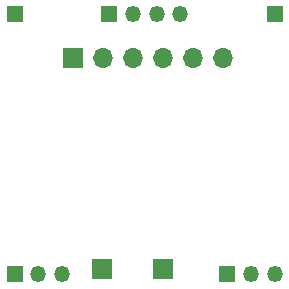
<source format=gbr>
%TF.GenerationSoftware,KiCad,Pcbnew,8.0.3*%
%TF.CreationDate,2024-07-13T19:45:59+02:00*%
%TF.ProjectId,Shift Register Board,53686966-7420-4526-9567-697374657220,rev?*%
%TF.SameCoordinates,Original*%
%TF.FileFunction,Soldermask,Top*%
%TF.FilePolarity,Negative*%
%FSLAX46Y46*%
G04 Gerber Fmt 4.6, Leading zero omitted, Abs format (unit mm)*
G04 Created by KiCad (PCBNEW 8.0.3) date 2024-07-13 19:45:59*
%MOMM*%
%LPD*%
G01*
G04 APERTURE LIST*
%ADD10R,1.350000X1.350000*%
%ADD11O,1.350000X1.350000*%
%ADD12R,1.700000X1.700000*%
%ADD13O,1.700000X1.700000*%
G04 APERTURE END LIST*
D10*
%TO.C,J5*%
X74000000Y-61900000D03*
%TD*%
%TO.C,J4*%
X52000000Y-61900000D03*
%TD*%
%TO.C,J2*%
X70000000Y-83900000D03*
D11*
X72000000Y-83900000D03*
X74000000Y-83900000D03*
%TD*%
D10*
%TO.C,J1*%
X59999999Y-61900000D03*
D11*
X61999999Y-61900000D03*
X63999999Y-61900000D03*
X65999999Y-61900000D03*
%TD*%
D10*
%TO.C,J3*%
X52000000Y-83900000D03*
D11*
X54000000Y-83900000D03*
X56000000Y-83900000D03*
%TD*%
D12*
%TO.C,J6*%
X56900000Y-65600000D03*
D13*
X59440000Y-65600000D03*
X61979999Y-65600000D03*
X64520000Y-65600000D03*
X67060000Y-65600000D03*
X69600000Y-65600000D03*
%TD*%
D12*
%TO.C,J8*%
X64500000Y-83500000D03*
%TD*%
%TO.C,J7*%
X59400000Y-83500000D03*
%TD*%
M02*

</source>
